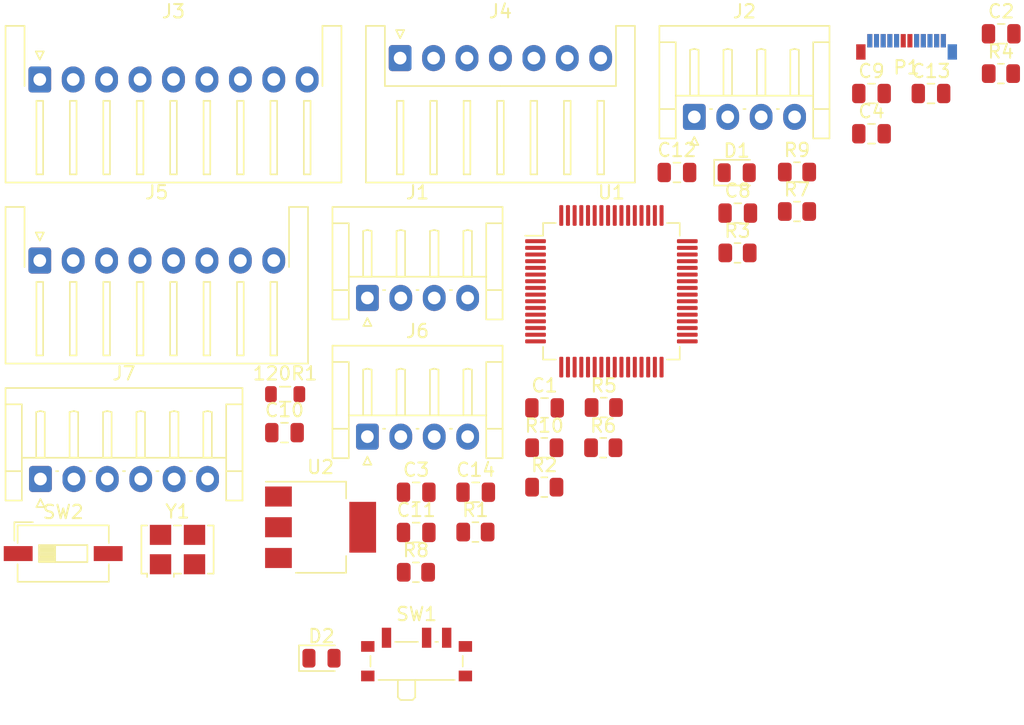
<source format=kicad_pcb>
(kicad_pcb (version 20211014) (generator pcbnew)
  (layers (0 "F.Cu" signal) (31 "B.Cu" signal) (34 "B.Paste" user) (35 "F.Paste" user) (36 "B.SilkS" user "B.Silkscreen") (37 "F.SilkS" user "F.Silkscreen") (38 "B.Mask" user) (39 "F.Mask" user) (44 "Edge.Cuts" user))
  (net 0 "")
  (net 1 "+3.3VA")
  (net 2 "+3.3V")
  (net 3 "VBUS")
  (net 4 "GND")
  (net 5 "/HSE_IN")
  (net 6 "/HSE_OUT")
  (net 7 "Net-(D1-Pad1)")
  (net 8 "/I2C_SCL")
  (net 9 "/I2C_SDA")
  (net 10 "/USART_3_RX")
  (net 11 "/USART_3_TX")
  (net 12 "/BB_ROW_2")
  (net 13 "/BB_ROW_3")
  (net 14 "/BB_ROW_4")
  (net 15 "/BB_ROW_5")
  (net 16 "/BB_ROW_6")
  (net 17 "/BB_ROW_7")
  (net 18 "/BB_ROW_8")
  (net 19 "/BB_COLS_2")
  (net 20 "/BB_COLS_3")
  (net 21 "/BB_COLS_4")
  (net 22 "/BB_COLS_5")
  (net 23 "/BB_COLS_6")
  (net 24 "/RST_PA6")
  (net 25 "/BL_PA4")
  (net 26 "/CS_PA1")
  (net 27 "/DC_PB0")
  (net 28 "/MOSI_SPI")
  (net 29 "/SCK_SPI")
  (net 30 "/USART2_RX")
  (net 31 "/USART2_TX")
  (net 32 "/IO_PC9")
  (net 33 "/IO_PC8")
  (net 34 "/IO_PC7")
  (net 35 "/IO_PC6")
  (net 39 "Net-(P1-PadA6)")
  (net 40 "Net-(P1-PadA7)")
  (net 51 "/SW_BOOT0")
  (net 52 "/BOOT0")
  (net 53 "Net-(R3-Pad2)")
  (net 54 "Net-(R4-Pad2)")
  (net 55 "Net-(R5-Pad2)")
  (net 56 "Net-(R6-Pad2)")
  (net 57 "Net-(SW2-Pad1)")
  (net 70 "/USB_D-")
  (net 71 "/USB_D+")
  (footprint "Package_QFP:LQFP-64_10x10mm_P0.5mm" (layer "F.Cu") (at 166.5384 98.1672)
    (fp_text reference "U1" (at 0 -7.4) (layer "F.SilkS"))
    (fp_text value "STM32F405RGTx")
    (pad "1" smd roundrect (at -5.675 -3.75) (size 1.55 0.3) (layers "F.Cu" "F.Paste" "F.Mask"))
    (pad "2" smd roundrect (at -5.675 -3.25) (size 1.55 0.3) (layers "F.Cu" "F.Paste" "F.Mask"))
    (pad "3" smd roundrect (at -5.675 -2.75) (size 1.55 0.3) (layers "F.Cu" "F.Paste" "F.Mask") (net 21 "/BB_COLS_4"))
    (pad "4" smd roundrect (at -5.675 -2.25) (size 1.55 0.3) (layers "F.Cu" "F.Paste" "F.Mask") (net 22 "/BB_COLS_5"))
    (pad "5" smd roundrect (at -5.675 -1.75) (size 1.55 0.3) (layers "F.Cu" "F.Paste" "F.Mask") (net 5 "/HSE_IN"))
    (pad "6" smd roundrect (at -5.675 -1.25) (size 1.55 0.3) (layers "F.Cu" "F.Paste" "F.Mask") (net 6 "/HSE_OUT"))
    (pad "7" smd roundrect (at -5.675 -0.75) (size 1.55 0.3) (layers "F.Cu" "F.Paste" "F.Mask") (net 57 "Net-(SW2-Pad1)"))
    (pad "8" smd roundrect (at -5.675 -0.25) (size 1.55 0.3) (layers "F.Cu" "F.Paste" "F.Mask"))
    (pad "9" smd roundrect (at -5.675 0.25) (size 1.55 0.3) (layers "F.Cu" "F.Paste" "F.Mask"))
    (pad "10" smd roundrect (at -5.675 0.75) (size 1.55 0.3) (layers "F.Cu" "F.Paste" "F.Mask"))
    (pad "11" smd roundrect (at -5.675 1.25) (size 1.55 0.3) (layers "F.Cu" "F.Paste" "F.Mask"))
    (pad "12" smd roundrect (at -5.675 1.75) (size 1.55 0.3) (layers "F.Cu" "F.Paste" "F.Mask") (net 4 "GND"))
    (pad "13" smd roundrect (at -5.675 2.25) (size 1.55 0.3) (layers "F.Cu" "F.Paste" "F.Mask") (net 1 "+3.3VA"))
    (pad "14" smd roundrect (at -5.675 2.75) (size 1.55 0.3) (layers "F.Cu" "F.Paste" "F.Mask"))
    (pad "15" smd roundrect (at -5.675 3.25) (size 1.55 0.3) (layers "F.Cu" "F.Paste" "F.Mask") (net 26 "/CS_PA1"))
    (pad "16" smd roundrect (at -5.675 3.75) (size 1.55 0.3) (layers "F.Cu" "F.Paste" "F.Mask") (net 31 "/USART2_TX"))
    (pad "17" smd roundrect (at -3.75 5.675) (size 0.3 1.55) (layers "F.Cu" "F.Paste" "F.Mask") (net 30 "/USART2_RX"))
    (pad "18" smd roundrect (at -3.25 5.675) (size 0.3 1.55) (layers "F.Cu" "F.Paste" "F.Mask") (net 4 "GND"))
    (pad "19" smd roundrect (at -2.75 5.675) (size 0.3 1.55) (layers "F.Cu" "F.Paste" "F.Mask") (net 2 "+3.3V"))
    (pad "20" smd roundrect (at -2.25 5.675) (size 0.3 1.55) (layers "F.Cu" "F.Paste" "F.Mask") (net 25 "/BL_PA4"))
    (pad "21" smd roundrect (at -1.75 5.675) (size 0.3 1.55) (layers "F.Cu" "F.Paste" "F.Mask") (net 29 "/SCK_SPI"))
    (pad "22" smd roundrect (at -1.25 5.675) (size 0.3 1.55) (layers "F.Cu" "F.Paste" "F.Mask") (net 24 "/RST_PA6"))
    (pad "23" smd roundrect (at -0.75 5.675) (size 0.3 1.55) (layers "F.Cu" "F.Paste" "F.Mask") (net 28 "/MOSI_SPI"))
    (pad "24" smd roundrect (at -0.25 5.675) (size 0.3 1.55) (layers "F.Cu" "F.Paste" "F.Mask"))
    (pad "25" smd roundrect (at 0.25 5.675) (size 0.3 1.55) (layers "F.Cu" "F.Paste" "F.Mask"))
    (pad "26" smd roundrect (at 0.75 5.675) (size 0.3 1.55) (layers "F.Cu" "F.Paste" "F.Mask") (net 27 "/DC_PB0"))
    (pad "27" smd roundrect (at 1.25 5.675) (size 0.3 1.55) (layers "F.Cu" "F.Paste" "F.Mask"))
    (pad "28" smd roundrect (at 1.75 5.675) (size 0.3 1.55) (layers "F.Cu" "F.Paste" "F.Mask"))
    (pad "29" smd roundrect (at 2.25 5.675) (size 0.3 1.55) (layers "F.Cu" "F.Paste" "F.Mask") (net 11 "/USART_3_TX"))
    (pad "30" smd roundrect (at 2.75 5.675) (size 0.3 1.55) (layers "F.Cu" "F.Paste" "F.Mask") (net 10 "/USART_3_RX"))
    (pad "31" smd roundrect (at 3.25 5.675) (size 0.3 1.55) (layers "F.Cu" "F.Paste" "F.Mask"))
    (pad "32" smd roundrect (at 3.75 5.675) (size 0.3 1.55) (layers "F.Cu" "F.Paste" "F.Mask") (net 2 "+3.3V"))
    (pad "33" smd roundrect (at 5.675 3.75) (size 1.55 0.3) (layers "F.Cu" "F.Paste" "F.Mask") (net 12 "/BB_ROW_2"))
    (pad "34" smd roundrect (at 5.675 3.25) (size 1.55 0.3) (layers "F.Cu" "F.Paste" "F.Mask") (net 13 "/BB_ROW_3"))
    (pad "35" smd roundrect (at 5.675 2.75) (size 1.55 0.3) (layers "F.Cu" "F.Paste" "F.Mask") (net 14 "/BB_ROW_4"))
    (pad "36" smd roundrect (at 5.675 2.25) (size 1.55 0.3) (layers "F.Cu" "F.Paste" "F.Mask") (net 15 "/BB_ROW_5"))
    (pad "37" smd roundrect (at 5.675 1.75) (size 1.55 0.3) (layers "F.Cu" "F.Paste" "F.Mask") (net 53 "Net-(R3-Pad2)"))
    (pad "38" smd roundrect (at 5.675 1.25) (size 1.55 0.3) (layers "F.Cu" "F.Paste" "F.Mask") (net 54 "Net-(R4-Pad2)"))
    (pad "39" smd roundrect (at 5.675 0.75) (size 1.55 0.3) (layers "F.Cu" "F.Paste" "F.Mask") (net 55 "Net-(R5-Pad2)"))
    (pad "40" smd roundrect (at 5.675 0.25) (size 1.55 0.3) (layers "F.Cu" "F.Paste" "F.Mask") (net 56 "Net-(R6-Pad2)"))
    (pad "41" smd roundrect (at 5.675 -0.25) (size 1.55 0.3) (layers "F.Cu" "F.Paste" "F.Mask") (net 16 "/BB_ROW_6"))
    (pad "42" smd roundrect (at 5.675 -0.75) (size 1.55 0.3) (layers "F.Cu" "F.Paste" "F.Mask") (net 17 "/BB_ROW_7"))
    (pad "43" smd roundrect (at 5.675 -1.25) (size 1.55 0.3) (layers "F.Cu" "F.Paste" "F.Mask") (net 18 "/BB_ROW_8"))
    (pad "44" smd roundrect (at 5.675 -1.75) (size 1.55 0.3) (layers "F.Cu" "F.Paste" "F.Mask") (net 70 "/USB_D-"))
    (pad "45" smd roundrect (at 5.675 -2.25) (size 1.55 0.3) (layers "F.Cu" "F.Paste" "F.Mask") (net 71 "/USB_D+"))
    (pad "46" smd roundrect (at 5.675 -2.75) (size 1.55 0.3) (layers "F.Cu" "F.Paste" "F.Mask"))
    (pad "47" smd roundrect (at 5.675 -3.25) (size 1.55 0.3) (layers "F.Cu" "F.Paste" "F.Mask"))
    (pad "48" smd roundrect (at 5.675 -3.75) (size 1.55 0.3) (layers "F.Cu" "F.Paste" "F.Mask") (net 2 "+3.3V"))
    (pad "49" smd roundrect (at 3.75 -5.675) (size 0.3 1.55) (layers "F.Cu" "F.Paste" "F.Mask"))
    (pad "50" smd roundrect (at 3.25 -5.675) (size 0.3 1.55) (layers "F.Cu" "F.Paste" "F.Mask"))
    (pad "51" smd roundrect (at 2.75 -5.675) (size 0.3 1.55) (layers "F.Cu" "F.Paste" "F.Mask"))
    (pad "52" smd roundrect (at 2.25 -5.675) (size 0.3 1.55) (layers "F.Cu" "F.Paste" "F.Mask"))
    (pad "53" smd roundrect (at 1.75 -5.675) (size 0.3 1.55) (layers "F.Cu" "F.Paste" "F.Mask"))
    (pad "54" smd roundrect (at 1.25 -5.675) (size 0.3 1.55) (layers "F.Cu" "F.Paste" "F.Mask"))
    (pad "55" smd roundrect (at 0.75 -5.675) (size 0.3 1.55) (layers "F.Cu" "F.Paste" "F.Mask"))
    (pad "56" smd roundrect (at 0.25 -5.675) (size 0.3 1.55) (layers "F.Cu" "F.Paste" "F.Mask"))
    (pad "57" smd roundrect (at -0.25 -5.675) (size 0.3 1.55) (layers "F.Cu" "F.Paste" "F.Mask") (net 23 "/BB_COLS_6"))
    (pad "58" smd roundrect (at -0.75 -5.675) (size 0.3 1.55) (layers "F.Cu" "F.Paste" "F.Mask") (net 8 "/I2C_SCL"))
    (pad "59" smd roundrect (at -1.25 -5.675) (size 0.3 1.55) (layers "F.Cu" "F.Paste" "F.Mask") (net 9 "/I2C_SDA"))
    (pad "60" smd roundrect (at -1.75 -5.675) (size 0.3 1.55) (layers "F.Cu" "F.Paste" "F.Mask") (net 52 "/BOOT0"))
    (pad "61" smd roundrect (at -2.25 -5.675) (size 0.3 1.55) (layers "F.Cu" "F.Paste" "F.Mask") (net 20 "/BB_COLS_3"))
    (pad "62" smd roundrect (at -2.75 -5.675) (size 0.3 1.55) (layers "F.Cu" "F.Paste" "F.Mask") (net 19 "/BB_COLS_2"))
    (pad "63" smd roundrect (at -3.25 -5.675) (size 0.3 1.55) (layers "F.Cu" "F.Paste" "F.Mask") (net 4 "GND"))
    (pad "64" smd roundrect (at -3.75 -5.675) (size 0.3 1.55) (layers "F.Cu" "F.Paste" "F.Mask") (net 2 "+3.3V"))
  )
  (footprint "Resistor_SMD:R_0805_2012Metric" (layer "F.Cu") (at 161.5184 109.8772)
    (fp_text reference "R10" (at 0 -1.65) (layer "F.SilkS"))
    (fp_text value "15k")
    (pad "1" smd roundrect (at -0.9125 0) (size 1.025 1.4) (layers "F.Cu" "F.Paste" "F.Mask") (roundrect_rratio 0.243902439) (net 4 "GND"))
    (pad "2" smd roundrect (at 0.9125 0) (size 1.025 1.4) (layers "F.Cu" "F.Paste" "F.Mask") (roundrect_rratio 0.243902439) (net 40 "Net-(P1-PadA7)"))
  )
  (footprint "Capacitor_SMD:C_0805_2012Metric" (layer "F.Cu") (at 151.9384 116.2172)
    (fp_text reference "C11" (at 0 -1.68) (layer "F.SilkS"))
    (fp_text value "100n")
    (pad "1" smd roundrect (at -0.95 0) (size 1 1.45) (layers "F.Cu" "F.Paste" "F.Mask") (net 2 "+3.3V"))
    (pad "2" smd roundrect (at 0.95 0) (size 1 1.45) (layers "F.Cu" "F.Paste" "F.Mask") (net 4 "GND"))
  )
  (footprint "Capacitor_SMD:C_0805_2012Metric" (layer "F.Cu") (at 151.9384 113.2072)
    (fp_text reference "C3" (at 0 -1.68) (layer "F.SilkS"))
    (fp_text value "10p")
    (pad "1" smd roundrect (at -0.95 0) (size 1 1.45) (layers "F.Cu" "F.Paste" "F.Mask") (net 5 "/HSE_IN"))
    (pad "2" smd roundrect (at 0.95 0) (size 1 1.45) (layers "F.Cu" "F.Paste" "F.Mask") (net 4 "GND"))
  )
  (footprint "Inductor_SMD:L_0805_2012Metric" (layer "F.Cu") (at 142.1384 105.8672)
    (fp_text reference "120R1" (at 0 -1.55) (layer "F.SilkS"))
    (fp_text value "FerriteBead")
    (pad "1" smd roundrect (at -1.0625 0) (size 0.875 1.2) (layers "F.Cu" "F.Paste" "F.Mask") (net 1 "+3.3VA"))
    (pad "2" smd roundrect (at 1.0625 0) (size 0.875 1.2) (layers "F.Cu" "F.Paste" "F.Mask") (net 2 "+3.3V"))
  )
  (footprint "Connector_JST:JST_XH_S7B-XH-A_1x07_P2.50mm_Horizontal" (layer "F.Cu") (at 150.7384 80.7172)
    (fp_text reference "J4" (at 7.5 -3.5) (layer "F.SilkS"))
    (fp_text value "Conn_01x07_Male")
    (pad "1" thru_hole roundrect (at 0 0) (size 1.7 1.95) (drill 0.95) (layers *.Cu *.Mask) (roundrect_rratio 0.1470588235) (net 2 "+3.3V"))
    (pad "2" thru_hole oval (at 2.5 0) (size 1.7 1.95) (drill 0.95) (layers *.Cu *.Mask) (net 19 "/BB_COLS_2"))
    (pad "3" thru_hole oval (at 5 0) (size 1.7 1.95) (drill 0.95) (layers *.Cu *.Mask) (net 20 "/BB_COLS_3"))
    (pad "4" thru_hole oval (at 7.5 0) (size 1.7 1.95) (drill 0.95) (layers *.Cu *.Mask) (net 21 "/BB_COLS_4"))
    (pad "5" thru_hole oval (at 10 0) (size 1.7 1.95) (drill 0.95) (layers *.Cu *.Mask) (net 22 "/BB_COLS_5"))
    (pad "6" thru_hole oval (at 12.5 0) (size 1.7 1.95) (drill 0.95) (layers *.Cu *.Mask) (net 23 "/BB_COLS_6"))
    (pad "7" thru_hole oval (at 15 0) (size 1.7 1.95) (drill 0.95) (layers *.Cu *.Mask) (net 4 "GND"))
  )
  (footprint "Oscillator:Oscillator_SMD_SeikoEpson_SG8002LB-4Pin_5.0x3.2mm" (layer "F.Cu") (at 134.0884 117.4972)
    (fp_text reference "Y1" (at 0 -2.85) (layer "F.SilkS"))
    (fp_text value "25mhz")
    (pad "1" smd rect (at -1.27 1.1) (size 1.6 1.5) (layers "F.Cu" "F.Paste" "F.Mask") (net 5 "/HSE_IN"))
    (pad "2" smd rect (at 1.27 1.1) (size 1.6 1.5) (layers "F.Cu" "F.Paste" "F.Mask") (net 4 "GND"))
    (pad "3" smd rect (at 1.27 -1.1) (size 1.6 1.5) (layers "F.Cu" "F.Paste" "F.Mask") (net 6 "/HSE_OUT"))
    (pad "4" smd rect (at -1.27 -1.1) (size 1.6 1.5) (layers "F.Cu" "F.Paste" "F.Mask") (net 4 "GND"))
  )
  (footprint "Resistor_SMD:R_0805_2012Metric" (layer "F.Cu") (at 195.6684 81.8772)
    (fp_text reference "R4" (at 0 -1.65) (layer "F.SilkS"))
    (fp_text value "2k2")
    (pad "1" smd roundrect (at -0.9125 0) (size 1.025 1.4) (layers "F.Cu" "F.Paste" "F.Mask") (roundrect_rratio 0.243902439) (net 34 "/IO_PC7"))
    (pad "2" smd roundrect (at 0.9125 0) (size 1.025 1.4) (layers "F.Cu" "F.Paste" "F.Mask") (roundrect_rratio 0.243902439) (net 54 "Net-(R4-Pad2)"))
  )
  (footprint "Resistor_SMD:R_0805_2012Metric" (layer "F.Cu") (at 180.4184 92.1972)
    (fp_text reference "R7" (at 0 -1.65) (layer "F.SilkS"))
    (fp_text value "1k5")
    (pad "1" smd roundrect (at -0.9125 0) (size 1.025 1.4) (layers "F.Cu" "F.Paste" "F.Mask") (roundrect_rratio 0.243902439) (net 2 "+3.3V"))
    (pad "2" smd roundrect (at 0.9125 0) (size 1.025 1.4) (layers "F.Cu" "F.Paste" "F.Mask") (roundrect_rratio 0.243902439) (net 9 "/I2C_SDA"))
  )
  (footprint "Resistor_SMD:R_0805_2012Metric" (layer "F.Cu") (at 175.9684 95.2972)
    (fp_text reference "R3" (at 0 -1.65) (layer "F.SilkS"))
    (fp_text value "2k2")
    (pad "1" smd roundrect (at -0.9125 0) (size 1.025 1.4) (layers "F.Cu" "F.Paste" "F.Mask") (roundrect_rratio 0.243902439) (net 35 "/IO_PC6"))
    (pad "2" smd roundrect (at 0.9125 0) (size 1.025 1.4) (layers "F.Cu" "F.Paste" "F.Mask") (roundrect_rratio 0.243902439) (net 53 "Net-(R3-Pad2)"))
  )
  (footprint "Capacitor_SMD:C_0805_2012Metric" (layer "F.Cu") (at 156.3884 113.2072)
    (fp_text reference "C14" (at 0 -1.68) (layer "F.SilkS"))
    (fp_text value "100n")
    (pad "1" smd roundrect (at -0.95 0) (size 1 1.45) (layers "F.Cu" "F.Paste" "F.Mask") (net 2 "+3.3V"))
    (pad "2" smd roundrect (at 0.95 0) (size 1 1.45) (layers "F.Cu" "F.Paste" "F.Mask") (net 4 "GND"))
  )
  (footprint "Capacitor_SMD:C_0805_2012Metric" (layer "F.Cu") (at 185.9884 83.3672)
    (fp_text reference "C9" (at 0 -1.68) (layer "F.SilkS"))
    (fp_text value "1u")
    (pad "1" smd roundrect (at -0.95 0) (size 1 1.45) (layers "F.Cu" "F.Paste" "F.Mask") (net 1 "+3.3VA"))
    (pad "2" smd roundrect (at 0.95 0) (size 1 1.45) (layers "F.Cu" "F.Paste" "F.Mask") (net 4 "GND"))
  )
  (footprint "Connector_JST:JST_XH_S9B-XH-A-1_1x09_P2.50mm_Horizontal" (layer "F.Cu") (at 123.7884 82.3172)
    (fp_text reference "J3" (at 10 -5.1) (layer "F.SilkS"))
    (fp_text value "Conn_01x09_Male")
    (pad "1" thru_hole roundrect (at 0 0) (size 1.7 1.95) (drill 0.95) (layers *.Cu *.Mask) (roundrect_rratio 0.1470588235) (net 2 "+3.3V"))
    (pad "2" thru_hole oval (at 2.5 0) (size 1.7 1.95) (drill 0.95) (layers *.Cu *.Mask) (net 12 "/BB_ROW_2"))
    (pad "3" thru_hole oval (at 5 0) (size 1.7 1.95) (drill 0.95) (layers *.Cu *.Mask) (net 13 "/BB_ROW_3"))
    (pad "4" thru_hole oval (at 7.5 0) (size 1.7 1.95) (drill 0.95) (layers *.Cu *.Mask) (net 14 "/BB_ROW_4"))
    (pad "5" thru_hole oval (at 10 0) (size 1.7 1.95) (drill 0.95) (layers *.Cu *.Mask) (net 15 "/BB_ROW_5"))
    (pad "6" thru_hole oval (at 12.5 0) (size 1.7 1.95) (drill 0.95) (layers *.Cu *.Mask) (net 16 "/BB_ROW_6"))
    (pad "7" thru_hole oval (at 15 0) (size 1.7 1.95) (drill 0.95) (layers *.Cu *.Mask) (net 17 "/BB_ROW_7"))
    (pad "8" thru_hole oval (at 17.5 0) (size 1.7 1.95) (drill 0.95) (layers *.Cu *.Mask) (net 18 "/BB_ROW_8"))
    (pad "9" thru_hole oval (at 20 0) (size 1.7 1.95) (drill 0.95) (layers *.Cu *.Mask) (net 4 "GND"))
  )
  (footprint "Capacitor_SMD:C_0805_2012Metric" (layer "F.Cu") (at 142.0884 108.7472)
    (fp_text reference "C10" (at 0 -1.68) (layer "F.SilkS"))
    (fp_text value "1u")
    (pad "1" smd roundrect (at -0.95 0) (size 1 1.45) (layers "F.Cu" "F.Paste" "F.Mask") (net 2 "+3.3V"))
    (pad "2" smd roundrect (at 0.95 0) (size 1 1.45) (layers "F.Cu" "F.Paste" "F.Mask") (net 4 "GND"))
  )
  (footprint "Button_Switch_SMD:SW_DIP_SPSTx01_Slide_6.7x4.1mm_W6.73mm_P2.54mm_LowProfile_JPin" (layer "F.Cu") (at 125.5384 117.7972)
    (fp_text reference "SW2" (at 0 -3.11) (layer "F.SilkS"))
    (fp_text value "SW_Push")
    (pad "1" smd rect (at -3.365 0) (size 2.16 1.12) (layers "F.Cu" "F.Paste" "F.Mask") (net 57 "Net-(SW2-Pad1)"))
    (pad "2" smd rect (at 3.365 0) (size 2.16 1.12) (layers "F.Cu" "F.Paste" "F.Mask") (net 2 "+3.3V"))
  )
  (footprint "Resistor_SMD:R_0805_2012Metric" (layer "F.Cu") (at 165.9284 109.8772)
    (fp_text reference "R6" (at 0 -1.65) (layer "F.SilkS"))
    (fp_text value "2k2")
    (pad "1" smd roundrect (at -0.9125 0) (size 1.025 1.4) (layers "F.Cu" "F.Paste" "F.Mask") (roundrect_rratio 0.243902439) (net 32 "/IO_PC9"))
    (pad "2" smd roundrect (at 0.9125 0) (size 1.025 1.4) (layers "F.Cu" "F.Paste" "F.Mask") (roundrect_rratio 0.243902439) (net 56 "Net-(R6-Pad2)"))
  )
  (footprint "Resistor_SMD:R_0805_2012Metric" (layer "F.Cu") (at 180.4184 89.2472)
    (fp_text reference "R9" (at 0 -1.65) (layer "F.SilkS"))
    (fp_text value "15k")
    (pad "1" smd roundrect (at -0.9125 0) (size 1.025 1.4) (layers "F.Cu" "F.Paste" "F.Mask") (roundrect_rratio 0.243902439) (net 4 "GND"))
    (pad "2" smd roundrect (at 0.9125 0) (size 1.025 1.4) (layers "F.Cu" "F.Paste" "F.Mask") (roundrect_rratio 0.243902439) (net 39 "Net-(P1-PadA6)"))
  )
  (footprint "Resistor_SMD:R_0805_2012Metric" (layer "F.Cu") (at 151.9184 119.1972)
    (fp_text reference "R8" (at 0 -1.65) (layer "F.SilkS"))
    (fp_text value "1k5")
    (pad "1" smd roundrect (at -0.9125 0) (size 1.025 1.4) (layers "F.Cu" "F.Paste" "F.Mask") (roundrect_rratio 0.243902439) (net 2 "+3.3V"))
    (pad "2" smd roundrect (at 0.9125 0) (size 1.025 1.4) (layers "F.Cu" "F.Paste" "F.Mask") (roundrect_rratio 0.243902439) (net 8 "/I2C_SCL"))
  )
  (footprint "LED_SMD:LED_0805_2012Metric" (layer "F.Cu") (at 175.9084 89.2922)
    (fp_text reference "D1" (at 0 -1.65) (layer "F.SilkS"))
    (fp_text value "LED")
    (pad "1" smd roundrect (at -0.9375 0) (size 0.975 1.4) (layers "F.Cu" "F.Paste" "F.Mask") (net 7 "Net-(D1-Pad1)"))
    (pad "2" smd roundrect (at 0.9375 0) (size 0.975 1.4) (layers "F.Cu" "F.Paste" "F.Mask") (net 2 "+3.3V"))
  )
  (footprint "Capacitor_SMD:C_0805_2012Metric" (layer "F.Cu") (at 175.9884 92.3172)
    (fp_text reference "C8" (at 0 -1.68) (layer "F.SilkS"))
    (fp_text value "10n")
    (pad "1" smd roundrect (at -0.95 0) (size 1 1.45) (layers "F.Cu" "F.Paste" "F.Mask") (net 1 "+3.3VA"))
    (pad "2" smd roundrect (at 0.95 0) (size 1 1.45) (layers "F.Cu" "F.Paste" "F.Mask") (net 4 "GND"))
  )
  (footprint "Capacitor_SMD:C_0805_2012Metric" (layer "F.Cu") (at 185.9884 86.3772)
    (fp_text reference "C4" (at 0 -1.68) (layer "F.SilkS"))
    (fp_text value "10p")
    (pad "1" smd roundrect (at -0.95 0) (size 1 1.45) (layers "F.Cu" "F.Paste" "F.Mask") (net 6 "/HSE_OUT"))
    (pad "2" smd roundrect (at 0.95 0) (size 1 1.45) (layers "F.Cu" "F.Paste" "F.Mask") (net 4 "GND"))
  )
  (footprint "Capacitor_SMD:C_0805_2012Metric" (layer "F.Cu") (at 190.4384 83.3672)
    (fp_text reference "C13" (at 0 -1.68) (layer "F.SilkS"))
    (fp_text value "100n")
    (pad "1" smd roundrect (at -0.95 0) (size 1 1.45) (layers "F.Cu" "F.Paste" "F.Mask") (net 2 "+3.3V"))
    (pad "2" smd roundrect (at 0.95 0) (size 1 1.45) (layers "F.Cu" "F.Paste" "F.Mask") (net 4 "GND"))
  )
  (footprint "Resistor_SMD:R_0805_2012Metric" (layer "F.Cu") (at 161.5184 112.8272)
    (fp_text reference "R2" (at 0 -1.65) (layer "F.SilkS"))
    (fp_text value "10k")
    (pad "1" smd roundrect (at -0.9125 0) (size 1.025 1.4) (layers "F.Cu" "F.Paste" "F.Mask") (roundrect_rratio 0.243902439) (net 51 "/SW_BOOT0"))
    (pad "2" smd roundrect (at 0.9125 0) (size 1.025 1.4) (layers "F.Cu" "F.Paste" "F.Mask") (roundrect_rratio 0.243902439) (net 52 "/BOOT0"))
  )
  (footprint "Connector_JST:JST_EH_S6B-EH_1x06_P2.50mm_Horizontal" (layer "F.Cu") (at 123.8384 112.2172)
    (fp_text reference "J7" (at 6.25 -7.9) (layer "F.SilkS"))
    (fp_text value "Conn_01x06_Male")
    (pad "1" thru_hole roundrect (at 0 0) (size 1.7 1.95) (drill 0.95) (layers *.Cu *.Mask) (roundrect_rratio 0.1470588235) (net 2 "+3.3V"))
    (pad "2" thru_hole oval (at 2.5 0) (size 1.7 1.95) (drill 0.95) (layers *.Cu *.Mask) (net 32 "/IO_PC9"))
    (pad "3" thru_hole oval (at 5 0) (size 1.7 1.95) (drill 0.95) (layers *.Cu *.Mask) (net 33 "/IO_PC8"))
    (pad "4" thru_hole oval (at 7.5 0) (size 1.7 1.95) (drill 0.95) (layers *.Cu *.Mask) (net 34 "/IO_PC7"))
    (pad "5" thru_hole oval (at 10 0) (size 1.7 1.95) (drill 0.95) (layers *.Cu *.Mask) (net 35 "/IO_PC6"))
    (pad "6" thru_hole oval (at 12.5 0) (size 1.7 1.95) (drill 0.95) (layers *.Cu *.Mask) (net 4 "GND"))
  )
  (footprint "Connector_USB:USB_C_Plug_Molex_105444" (layer "F.Cu") (at 188.6134 79.3772)
    (fp_text reference "P1" (at 0 2.04) (layer "F.SilkS"))
    (fp_text value "USB_C_Plug")
    (pad "A1" smd rect (at -2.75 0.04) (size 0.38 1) (layers "F.Cu" "F.Paste" "F.Mask") (net 4 "GND"))
    (pad "A2" smd rect (at -2.25 0.04) (size 0.38 1) (layers "F.Cu" "F.Paste" "F.Mask"))
    (pad "A3" smd rect (at -1.75 0.04) (size 0.38 1) (layers "F.Cu" "F.Paste" "F.Mask"))
    (pad "A4" smd rect (at -1.25 0.04) (size 0.38 1) (layers "F.Cu" "F.Paste" "F.Mask") (net 3 "VBUS"))
    (pad "A5" smd rect (at -0.75 0.04) (size 0.38 1) (layers "F.Cu" "F.Paste" "F.Mask"))
    (pad "A6" smd rect (at -0.25 0.04) (size 0.38 1) (layers "F.Cu" "F.Paste" "F.Mask") (net 39 "Net-(P1-PadA6)"))
    (pad "A7" smd rect (at 0.25 0.04) (size 0.38 1) (layers "F.Cu" "F.Paste" "F.Mask") (net 40 "Net-(P1-PadA7)"))
    (pad "A8" smd rect (at 0.75 0.04) (size 0.38 1) (layers "F.Cu" "F.Paste" "F.Mask"))
    (pad "A9" smd rect (at 1.25 0.04) (size 0.38 1) (layers "F.Cu" "F.Paste" "F.Mask") (net 3 "VBUS"))
    (pad "A10" smd rect (at 1.75 0.04) (size 0.38 1) (layers "F.Cu" "F.Paste" "F.Mask"))
    (pad "A11" smd rect (at 2.25 0.04) (size 0.38 1) (layers "F.Cu" "F.Paste" "F.Mask"))
    (pad "A12" smd rect (at 2.75 0.04) (size 0.38 1) (layers "F.Cu" "F.Paste" "F.Mask") (net 4 "GND"))
    (pad "B1" smd rect (at 2.75 0.04) (size 0.38 1) (layers "B.Cu" "B.Paste" "B.Mask") (net 4 "GND"))
    (pad "B2" smd rect (at 2.25 0.04) (size 0.38 1) (layers "B.Cu" "B.Paste" "B.Mask"))
    (pad "B3" smd rect (at 1.75 0.04) (size 0.38 1) (layers "B.Cu" "B.Paste" "B.Mask"))
    (pad "B4" smd rect (at 1.25 0.04) (size 0.38 1) (layers "B.Cu" "B.Paste" "B.Mask") (net 3 "VBUS"))
    (pad "B5" smd rect (at 0.75 0.04) (size 0.38 1) (layers "B.Cu" "B.Paste" "B.Mask"))
    (pad "B8" smd rect (at -0.75 0.04) (size 0.38 1) (layers "B.Cu" "B.Paste" "B.Mask"))
    (pad "B9" smd rect (at -1.25 0.04) (size 0.38 1) (layers "B.Cu" "B.Paste" "B.Mask") (net 3 "VBUS"))
    (pad "B10" smd rect (at -1.75 0.04) (size 0.38 1) (layers "B.Cu" "B.Paste" "B.Mask"))
    (pad "B11" smd rect (at -2.25 0.04) (size 0.38 1) (layers "B.Cu" "B.Paste" "B.Mask"))
    (pad "B12" smd rect (at -2.75 0.04) (size 0.38 1) (layers "B.Cu" "B.Paste" "B.Mask") (net 4 "GND"))
    (pad "S1" smd rect (at -3.42 0.88) (size 0.7 1.15) (layers "F.Cu" "F.Paste" "F.Mask"))
    (pad "S1" smd rect (at 3.42 0.88) (size 0.7 1.15) (layers "B.Cu" "B.Paste" "B.Mask"))
  )
  (footprint "Package_TO_SOT_SMD:SOT-223-3_TabPin2" (layer "F.Cu") (at 144.7884 115.8272)
    (fp_text reference "U2" (at 0 -4.5) (layer "F.SilkS"))
    (fp_text value "AMS1117-3.3")
    (pad "1" smd rect (at -3.15 -2.3) (size 2 1.5) (layers "F.Cu" "F.Paste" "F.Mask") (net 4 "GND"))
    (pad "2" smd rect (at -3.15 0) (size 2 1.5) (layers "F.Cu" "F.Paste" "F.Mask") (net 2 "+3.3V"))
    (pad "2" smd rect (at 3.15 0) (size 2 3.8) (layers "F.Cu" "F.Paste" "F.Mask") (net 2 "+3.3V"))
    (pad "3" smd rect (at -3.15 2.3) (size 2 1.5) (layers "F.Cu" "F.Paste" "F.Mask") (net 3 "VBUS"))
  )
  (footprint "Resistor_SMD:R_0805_2012Metric" (layer "F.Cu") (at 165.9684 106.8672)
    (fp_text reference "R5" (at 0 -1.65) (layer "F.SilkS"))
    (fp_text value "2k2")
    (pad "1" smd roundrect (at -0.9125 0) (size 1.025 1.4) (layers "F.Cu" "F.Paste" "F.Mask") (roundrect_rratio 0.243902439) (net 33 "/IO_PC8"))
    (pad "2" smd roundrect (at 0.9125 0) (size 1.025 1.4) (layers "F.Cu" "F.Paste" "F.Mask") (roundrect_rratio 0.243902439) (net 55 "Net-(R5-Pad2)"))
  )
  (footprint "Capacitor_SMD:C_0805_2012Metric" (layer "F.Cu") (at 195.6884 78.8972)
    (fp_text reference "C2" (at 0 -1.68) (layer "F.SilkS"))
    (fp_text value "22u")
    (pad "1" smd roundrect (at -0.95 0) (size 1 1.45) (layers "F.Cu" "F.Paste" "F.Mask") (net 2 "+3.3V"))
    (pad "2" smd roundrect (at 0.95 0) (size 1 1.45) (layers "F.Cu" "F.Paste" "F.Mask") (net 4 "GND"))
  )
  (footprint "Capacitor_SMD:C_0805_2012Metric" (layer "F.Cu") (at 171.4384 89.2772)
    (fp_text reference "C12" (at 0 -1.68) (layer "F.SilkS"))
    (fp_text value "100n")
    (pad "1" smd roundrect (at -0.95 0) (size 1 1.45) (layers "F.Cu" "F.Paste" "F.Mask") (net 2 "+3.3V"))
    (pad "2" smd roundrect (at 0.95 0) (size 1 1.45) (layers "F.Cu" "F.Paste" "F.Mask") (net 4 "GND"))
  )
  (footprint "Diode_SMD:D_0805_2012Metric" (layer "F.Cu") (at 144.8562 125.6284)
    (fp_text reference "D2" (at 0 -1.65) (layer "F.SilkS"))
    (fp_text value "DIODE")
    (pad "1" smd roundrect (at -0.9375 0) (size 0.975 1.4) (layers "F.Cu" "F.Paste" "F.Mask") (net 3 "VBUS"))
    (pad "2" smd roundrect (at 0.9375 0) (size 0.975 1.4) (layers "F.Cu" "F.Paste" "F.Mask") (net 3 "VBUS"))
  )
  (footprint "Connector_JST:JST_EH_S4B-EH_1x04_P2.50mm_Horizontal" (layer "F.Cu") (at 148.2884 109.0472)
    (fp_text reference "J6" (at 3.75 -7.9) (layer "F.SilkS"))
    (fp_text value "Conn_01x04_Male")
    (pad "1" thru_hole roundrect (at 0 0) (size 1.7 1.95) (drill 0.95) (layers *.Cu *.Mask) (roundrect_rratio 0.1470588235) (net 2 "+3.3V"))
    (pad "2" thru_hole oval (at 2.5 0) (size 1.7 1.95) (drill 0.95) (layers *.Cu *.Mask) (net 30 "/USART2_RX"))
    (pad "3" thru_hole oval (at 5 0) (size 1.7 1.95) (drill 0.95) (layers *.Cu *.Mask) (net 31 "/USART2_TX"))
    (pad "4" thru_hole oval (at 7.5 0) (size 1.7 1.95) (drill 0.95) (layers *.Cu *.Mask) (net 4 "GND"))
  )
  (footprint "Resistor_SMD:R_0805_2012Metric" (layer "F.Cu") (at 156.3684 116.1872)
    (fp_text reference "R1" (at 0 -1.65) (layer "F.SilkS"))
    (fp_text value "1k5")
    (pad "1" smd roundrect (at -0.9125 0) (size 1.025 1.4) (layers "F.Cu" "F.Paste" "F.Mask") (roundrect_rratio 0.243902439) (net 4 "GND"))
    (pad "2" smd roundrect (at 0.9125 0) (size 1.025 1.4) (layers "F.Cu" "F.Paste" "F.Mask") (roundrect_rratio 0.243902439) (net 7 "Net-(D1-Pad1)"))
  )
  (footprint "Button_Switch_SMD:SW_SPDT_PCM12" (layer "F.Cu") (at 151.9682 125.5268)
    (fp_text reference "SW1" (at 0 -3.2) (layer "F.SilkS"))
    (fp_text value "SW_SPDT")
    (pad "" smd rect (at 3.65 1.43) (size 1 0.8) (layers "F.Cu" "F.Paste" "F.Mask"))
    (pad "" smd rect (at -3.65 -0.78) (size 1 0.8) (layers "F.Cu" "F.Paste" "F.Mask"))
    (pad "" smd rect (at -3.65 1.43) (size 1 0.8) (layers "F.Cu" "F.Paste" "F.Mask"))
    (pad "" np_thru_hole circle (at -1.5 0.33) (size 0.9 0.9) (drill 0.9) (layers *.Cu *.Mask))
    (pad "" np_thru_hole circle (at 1.5 0.33) (size 0.9 0.9) (drill 0.9) (layers *.Cu *.Mask))
    (pad "" smd rect (at 3.65 -0.78) (size 1 0.8) (layers "F.Cu" "F.Paste" "F.Mask"))
    (pad "1" smd rect (at -2.25 -1.43) (size 0.7 1.5) (layers "F.Cu" "F.Paste" "F.Mask") (net 4 "GND"))
    (pad "2" smd rect (at 0.75 -1.43) (size 0.7 1.5) (layers "F.Cu" "F.Paste" "F.Mask") (net 51 "/SW_BOOT0"))
    (pad "3" smd rect (at 2.25 -1.43) (size 0.7 1.5) (layers "F.Cu" "F.Paste" "F.Mask") (net 2 "+3.3V"))
  )
  (footprint "Capacitor_SMD:C_0805_2012Metric" (layer "F.Cu") (at 161.5384 106.8972)
    (fp_text reference "C1" (at 0 -1.68) (layer "F.SilkS"))
    (fp_text value "22u")
    (pad "1" smd roundrect (at -0.95 0) (size 1 1.45) (layers "F.Cu" "F.Paste" "F.Mask") (net 3 "VBUS"))
    (pad "2" smd roundrect (at 0.95 0) (size 1 1.45) (layers "F.Cu" "F.Paste" "F.Mask") (net 4 "GND"))
  )
  (footprint "Connector_JST:JST_XH_S8B-XH-A-1_1x08_P2.50mm_Horizontal" (layer "F.Cu") (at 123.7884 95.8672)
    (fp_text reference "J5" (at 8.75 -5.1) (layer "F.SilkS"))
    (fp_text value "Conn_01x08_Male")
    (pad "1" thru_hole roundrect (at 0 0) (size 1.7 1.95) (drill 0.95) (layers *.Cu *.Mask) (roundrect_rratio 0.1470588235) (net 2 "+3.3V"))
    (pad "2" thru_hole oval (at 2.5 0) (size 1.7 1.95) (drill 0.95) (layers *.Cu *.Mask) (net 24 "/RST_PA6"))
    (pad "3" thru_hole oval (at 5 0) (size 1.7 1.95) (drill 0.95) (layers *.Cu *.Mask) (net 25 "/BL_PA4"))
    (pad "4" thru_hole oval (at 7.5 0) (size 1.7 1.95) (drill 0.95) (layers *.Cu *.Mask) (net 26 "/CS_PA1"))
    (pad "5" thru_hole oval (at 10 0) (size 1.7 1.95) (drill 0.95) (layers *.Cu *.Mask) (net 27 "/DC_PB0"))
    (pad "6" thru_hole oval (at 12.5 0) (size 1.7 1.95) (drill 0.95) (layers *.Cu *.Mask) (net 28 "/MOSI_SPI"))
    (pad "7" thru_hole oval (at 15 0) (size 1.7 1.95) (drill 0.95) (layers *.Cu *.Mask) (net 29 "/SCK_SPI"))
    (pad "8" thru_hole oval (at 17.5 0) (size 1.7 1.95) (drill 0.95) (layers *.Cu *.Mask) (net 4 "GND"))
  )
  (footprint "Connector_JST:JST_EH_S4B-EH_1x04_P2.50mm_Horizontal" (layer "F.Cu") (at 172.7384 85.1172)
    (fp_text reference "J2" (at 3.75 -7.9) (layer "F.SilkS"))
    (fp_text value "Conn_01x04_Male")
    (pad "1" thru_hole roundrect (at 0 0) (size 1.7 1.95) (drill 0.95) (layers *.Cu *.Mask) (roundrect_rratio 0.1470588235) (net 2 "+3.3V"))
    (pad "2" thru_hole oval (at 2.5 0) (size 1.7 1.95) (drill 0.95) (layers *.Cu *.Mask) (net 10 "/USART_3_RX"))
    (pad "3" thru_hole oval (at 5 0) (size 1.7 1.95) (drill 0.95) (layers *.Cu *.Mask) (net 11 "/USART_3_TX"))
    (pad "4" thru_hole oval (at 7.5 0) (size 1.7 1.95) (drill 0.95) (layers *.Cu *.Mask) (net 4 "GND"))
  )
  (footprint "Connector_JST:JST_EH_S4B-EH_1x04_P2.50mm_Horizontal" (layer "F.Cu") (at 148.2884 98.6672)
    (fp_text reference "J1" (at 3.75 -7.9) (layer "F.SilkS"))
    (fp_text value "Conn_01x04_Male")
    (pad "1" thru_hole roundrect (at 0 0) (size 1.7 1.95) (drill 0.95) (layers *.Cu *.Mask) (roundrect_rratio 0.1470588235) (net 2 "+3.3V"))
    (pad "2" thru_hole oval (at 2.5 0) (size 1.7 1.95) (drill 0.95) (layers *.Cu *.Mask) (net 8 "/I2C_SCL"))
    (pad "3" thru_hole oval (at 5 0) (size 1.7 1.95) (drill 0.95) (layers *.Cu *.Mask) (net 9 "/I2C_SDA"))
    (pad "4" thru_hole oval (at 7.5 0) (size 1.7 1.95) (drill 0.95) (layers *.Cu *.Mask) (net 4 "GND"))
  )
)
</source>
